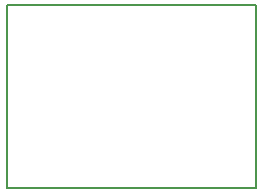
<source format=gbr>
%TF.GenerationSoftware,KiCad,Pcbnew,9.0.4*%
%TF.CreationDate,2025-11-17T08:26:59+00:00*%
%TF.ProjectId,MRF-Pro-v7-breakout-33,4d52462d-5072-46f2-9d76-372d62726561,rev?*%
%TF.SameCoordinates,Original*%
%TF.FileFunction,Profile,NP*%
%FSLAX46Y46*%
G04 Gerber Fmt 4.6, Leading zero omitted, Abs format (unit mm)*
G04 Created by KiCad (PCBNEW 9.0.4) date 2025-11-17 08:26:59*
%MOMM*%
%LPD*%
G01*
G04 APERTURE LIST*
%TA.AperFunction,Profile*%
%ADD10C,0.200000*%
%TD*%
G04 APERTURE END LIST*
D10*
X117322600Y-122885200D02*
X138328400Y-122885200D01*
X138328400Y-138353800D01*
X117322600Y-138353800D01*
X117322600Y-122885200D01*
M02*

</source>
